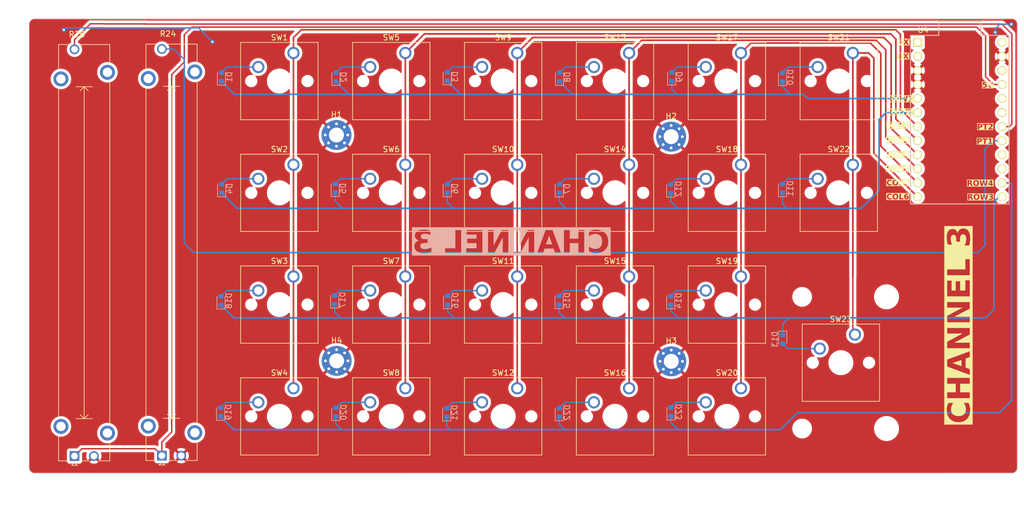
<source format=kicad_pcb>
(kicad_pcb (version 20221018) (generator pcbnew)
  (layers (0 "F.Cu" signal) (31 "B.Cu" signal) (34 "B.Paste" user) (35 "F.Paste" user) (36 "B.SilkS" user "B.Silkscreen") (37 "F.SilkS" user "F.Silkscreen") (38 "B.Mask" user) (39 "F.Mask" user) (44 "Edge.Cuts" user))
  (net 0 "")
  (net 1 "Net-(D1-A)")
  (net 2 "Net-(D2-A)")
  (net 3 "Net-(D3-A)")
  (net 4 "Net-(D4-A)")
  (net 5 "ROW1")
  (net 6 "ROW2")
  (net 7 "ROW3")
  (net 8 "ROW4")
  (net 9 "5V")
  (net 10 "COL1")
  (net 11 "COL2")
  (net 12 "COL3")
  (net 13 "COL4")
  (net 14 "COL5")
  (net 15 "COL6")
  (net 16 "A0PT1")
  (net 17 "A1PT2")
  (net 24 "GND")
  (net 25 "TXD0")
  (net 26 "RXD0")
  (net 27 "Net-(D5-A)")
  (net 28 "Net-(D6-A)")
  (net 29 "Net-(D7-A)")
  (net 30 "Net-(D8-A)")
  (net 31 "Net-(D9-A)")
  (net 32 "Net-(D10-A)")
  (net 33 "Net-(D11-A)")
  (net 34 "Net-(D12-A)")
  (net 35 "Net-(D13-A)")
  (net 36 "Net-(D14-A)")
  (net 37 "Net-(D15-A)")
  (net 38 "Net-(D16-A)")
  (net 39 "Net-(D17-A)")
  (net 40 "Net-(D18-A)")
  (net 41 "Net-(D19-A)")
  (net 42 "Net-(D20-A)")
  (net 43 "Net-(D21-A)")
  (net 44 "Net-(D22-A)")
  (net 45 "Net-(D23-A)")
  (footprint "Button_Switch_Keyboard:SW_Cherry_MX_1.00u_PCB" (layer "F.Cu") (at 167.06 68.27)
    (fp_text reference "SW17")
    (fp_text value "SW_Push")
  )
  (footprint "Button_Switch_Keyboard:SW_Cherry_MX_1.00u_PCB" (layer "F.Cu") (at 146.86 88.47)
    (fp_text reference "SW14")
    (fp_text value "SW_Push")
  )
  (footprint "promicro:ProMicro" (layer "F.Cu") (at 206.575 80.32 -90)
    (fp_text reference "U4")
    (fp_text value "ProMicro")
  )
  (footprint "Button_Switch_Keyboard:SW_Cherry_MX_1.00u_PCB" (layer "F.Cu") (at 126.66 128.87)
    (fp_text reference "SW12")
    (fp_text value "SW_Push")
  )
  (footprint "Button_Switch_Keyboard:SW_Cherry_MX_1.00u_PCB" (layer "F.Cu") (at 146.86 108.67)
    (fp_text reference "SW15")
    (fp_text value "SW_Push")
  )
  (footprint "Button_Switch_Keyboard:SW_Cherry_MX_1.00u_PCB" (layer "F.Cu") (at 86.26 68.27)
    (fp_text reference "SW1")
    (fp_text value "SW_Push")
  )
  (footprint "Button_Switch_Keyboard:SW_Cherry_MX_1.00u_PCB" (layer "F.Cu") (at 86.26 128.87)
    (fp_text reference "SW4")
    (fp_text value "SW_Push")
  )
  (footprint "MountingHole:MountingHole_2.7mm_M2.5_Pad_Via" (layer "F.Cu") (at 154.45 83.4)
    (fp_text reference "H2")
    (fp_text value "MountingHole_Pad")
  )
  (footprint "Button_Switch_Keyboard:SW_Cherry_MX_1.00u_PCB" (layer "F.Cu") (at 167.06 108.67)
    (fp_text reference "SW19")
    (fp_text value "SW_Push")
  )
  (footprint "Button_Switch_Keyboard:SW_Cherry_MX_1.00u_PCB" (layer "F.Cu") (at 106.46 88.47)
    (fp_text reference "SW6")
    (fp_text value "SW_Push")
  )
  (footprint "Button_Switch_Keyboard:SW_Cherry_MX_1.00u_PCB" (layer "F.Cu") (at 146.86 68.27)
    (fp_text reference "SW13")
    (fp_text value "SW_Push")
  )
  (footprint "Button_Switch_Keyboard:SW_Cherry_MX_1.00u_PCB" (layer "F.Cu") (at 146.86 128.87)
    (fp_text reference "SW16")
    (fp_text value "SW_Push")
  )
  (footprint "Button_Switch_Keyboard:SW_Cherry_MX_1.00u_PCB" (layer "F.Cu") (at 167.06 88.47)
    (fp_text reference "SW18")
    (fp_text value "SW_Push")
  )
  (footprint "Button_Switch_Keyboard:SW_Cherry_MX_1.00u_PCB" (layer "F.Cu") (at 167.06 128.87)
    (fp_text reference "SW20")
    (fp_text value "SW_Push")
  )
  (footprint "Button_Switch_Keyboard:SW_Cherry_MX_1.00u_PCB" (layer "F.Cu") (at 86.26 108.67)
    (fp_text reference "SW3")
    (fp_text value "SW_Push")
  )
  (footprint "MountingHole:MountingHole_2.7mm_M2.5_Pad_Via" (layer "F.Cu") (at 154.475 124)
    (fp_text reference "H3")
    (fp_text value "MountingHole_Pad")
  )
  (footprint "Button_Switch_Keyboard:SW_Cherry_MX_1.00u_PCB" (layer "F.Cu") (at 106.46 68.27)
    (fp_text reference "SW5")
    (fp_text value "SW_Push")
  )
  (footprint "Button_Switch_Keyboard:SW_Cherry_MX_1.00u_PCB" (layer "F.Cu") (at 126.66 108.67)
    (fp_text reference "SW11")
    (fp_text value "SW_Push")
  )
  (footprint "Potentiometer_THT:Potentiometer_Bourns_PTA6043_Single_Slide" (layer "F.Cu") (at 46.725 141.12 90)
    (fp_text reference "R28")
    (fp_text value "PTA6043-2015CPB103")
  )
  (footprint "Button_Switch_Keyboard:SW_Cherry_MX_1.00u_PCB" (layer "F.Cu") (at 187.26 68.27)
    (fp_text reference "SW21")
    (fp_text value "SW_Push")
  )
  (footprint "Button_Switch_Keyboard:SW_Cherry_MX_1.00u_PCB" (layer "F.Cu") (at 106.46 128.87)
    (fp_text reference "SW8")
    (fp_text value "SW_Push")
  )
  (footprint "MountingHole:MountingHole_2.7mm_M2.5_Pad_Via" (layer "F.Cu") (at 94.025 83.1)
    (fp_text reference "H1")
    (fp_text value "MountingHole_Pad")
  )
  (footprint "MountingHole:MountingHole_2.7mm_M2.5_Pad_Via" (layer "F.Cu") (at 94.056891 123.918109)
    (fp_text reference "H4")
    (fp_text value "MountingHole_Pad")
  )
  (footprint "Button_Switch_Keyboard:SW_Cherry_MX_1.00u_PCB" (layer "F.Cu") (at 86.26 88.47)
    (fp_text reference "SW2")
    (fp_text value "SW_Push")
  )
  (footprint "Button_Switch_Keyboard:SW_Cherry_MX_1.00u_PCB" (layer "F.Cu") (at 126.66 88.47)
    (fp_text reference "SW10")
    (fp_text value "SW_Push")
  )
  (footprint "Button_Switch_Keyboard:SW_Cherry_MX_1.00u_PCB" (layer "F.Cu") (at 126.66 68.27)
    (fp_text reference "SW9")
    (fp_text value "SW_Push")
  )
  (footprint "Button_Switch_Keyboard:SW_Cherry_MX_1.00u_PCB" (layer "F.Cu") (at 106.46 108.67)
    (fp_text reference "SW7")
    (fp_text value "SW_Push")
  )
  (footprint "Button_Switch_Keyboard:SW_Cherry_MX_2.00u_Vertical_PCB" (layer "F.Cu") (at 187.64 119.17)
    (fp_text reference "SW23")
    (fp_text value "SW_Push")
  )
  (footprint "Potentiometer_THT:Potentiometer_Bourns_PTA6043_Single_Slide" (layer "F.Cu") (at 62.5 141.05 90)
    (fp_text reference "R24")
    (fp_text value "PTA6043-2015CPB103")
  )
  (footprint "Button_Switch_Keyboard:SW_Cherry_MX_1.00u_PCB" (layer "F.Cu") (at 187.26 88.47)
    (fp_text reference "SW22")
    (fp_text value "SW_Push")
  )
  (footprint "Diode_SMD:D_0603_1608Metric" (layer "B.Cu") (at 154.425 133.1125 90)
    (fp_text reference "D23")
    (fp_text value "1N4148")
  )
  (footprint "Diode_SMD:D_0603_1608Metric" (layer "B.Cu") (at 174.55 72.6625 90)
    (fp_text reference "D10")
    (fp_text value "1N4148")
  )
  (footprint "Diode_SMD:D_0603_1608Metric" (layer "B.Cu") (at 93.8 92.7375 90)
    (fp_text reference "D5")
    (fp_text value "1N4148")
  )
  (footprint "Diode_SMD:D_0603_1608Metric" (layer "B.Cu") (at 154.375 113.0375 90)
    (fp_text reference "D14")
    (fp_text value "1N4148")
  )
  (footprint "Diode_SMD:D_0603_1608Metric" (layer "B.Cu") (at 134.25 133.2625 90)
    (fp_text reference "D22")
    (fp_text value "1N4148")
  )
  (footprint "Diode_SMD:D_0603_1608Metric" (layer "B.Cu") (at 113.925 133.2875 90)
    (fp_text reference "D21")
    (fp_text value "1N4148")
  )
  (footprint "Diode_SMD:D_0603_1608Metric" (layer "B.Cu") (at 134.3 72.6375 90)
    (fp_text reference "D8")
    (fp_text value "1N4148")
  )
  (footprint "Diode_SMD:D_0603_1608Metric" (layer "B.Cu") (at 93.7 112.8875 90)
    (fp_text reference "D17")
    (fp_text value "1N4148")
  )
  (footprint "Diode_SMD:D_0603_1608Metric" (layer "B.Cu") (at 73.1 133.1875 90)
    (fp_text reference "D19")
    (fp_text value "1N4148")
  )
  (footprint "Diode_SMD:D_0603_1608Metric" (layer "B.Cu") (at 174.55 92.7625 90)
    (fp_text reference "D11")
    (fp_text value "1N4148")
  )
  (footprint "Diode_SMD:D_0603_1608Metric" (layer "B.Cu") (at 114.025 72.5375 90)
    (fp_text reference "D3")
    (fp_text value "1N4148")
  )
  (footprint "Diode_SMD:D_0603_1608Metric" (layer "B.Cu") (at 114.075 112.9875 90)
    (fp_text reference "D16")
    (fp_text value "1N4148")
  )
  (footprint "Diode_SMD:D_0603_1608Metric" (layer "B.Cu") (at 93.9 133.2125 90)
    (fp_text reference "D20")
    (fp_text value "1N4148")
  )
  (footprint "Diode_SMD:D_0603_1608Metric" (layer "B.Cu") (at 93.925 72.6375 90)
    (fp_text reference "D2")
    (fp_text value "1N4148")
  )
  (footprint "Diode_SMD:D_0603_1608Metric" (layer "B.Cu") (at 73.175 113.0625 90)
    (fp_text reference "D18")
    (fp_text value "1N4148")
  )
  (footprint "Diode_SMD:D_0603_1608Metric" (layer "B.Cu") (at 73.3 92.7875 90)
    (fp_text reference "D4")
    (fp_text value "1N4148")
  )
  (footprint "Diode_SMD:D_0603_1608Metric" (layer "B.Cu") (at 154.375 92.8375 90)
    (fp_text reference "D12")
    (fp_text value "1N4148")
  )
  (footprint "Diode_SMD:D_0603_1608Metric" (layer "B.Cu") (at 134.225 112.9875 90)
    (fp_text reference "D15")
    (fp_text value "1N4148")
  )
  (footprint "Diode_SMD:D_0603_1608Metric" (layer "B.Cu") (at 73.25 72.6125 90)
    (fp_text reference "D1")
    (fp_text value "1N4148")
  )
  (footprint "Diode_SMD:D_0603_1608Metric" (layer "B.Cu") (at 134.25 92.8125 90)
    (fp_text reference "D7")
    (fp_text value "1N4148")
  )
  (footprint "Diode_SMD:D_0603_1608Metric" (layer "B.Cu") (at 114.025 92.7875 90)
    (fp_text reference "D6")
    (fp_text value "1N4148")
  )
  (footprint "Diode_SMD:D_0603_1608Metric" (layer "B.Cu") (at 154.55 72.5875 90)
    (fp_text reference "D9")
    (fp_text value "1N4148")
  )
  (footprint "Diode_SMD:D_0603_1608Metric" (layer "B.Cu") (at 174.6 120.0125 -90)
    (fp_text reference "D13")
    (fp_text value "1N4148")
  )
  (gr_line (start 38.532112 63.1) (end 38.532112 143.225) (stroke (width 0.1)) (layer "Edge.Cuts"))
  (gr_line (start 39.532112 144.225) (end 215.960789 144.214213) (stroke (width 0.1)) (layer "Edge.Cuts"))
  (gr_line (start 215.960789 62.089213) (end 39.532112 62.1) (stroke (width 0.1)) (layer "Edge.Cuts"))
  (gr_line (start 216.960789 143.214213) (end 216.960789 63.089213) (stroke (width 0.1)) (layer "Edge.Cuts"))
  (gr_arc (start 215.960789 62.089213) (mid 216.667895 62.382107) (end 216.960789 63.089213) (stroke (width 0.1)) (layer "Edge.Cuts"))
  (gr_arc (start 39.532112 144.225) (mid 38.825008 143.932104) (end 38.532112 143.225) (stroke (width 0.1)) (layer "Edge.Cuts"))
  (gr_arc (start 216.960789 143.214213) (mid 216.667895 143.921319) (end 215.960789 144.214213) (stroke (width 0.1)) (layer "Edge.Cuts"))
  (gr_arc (start 38.532112 63.1) (mid 38.825 62.392881) (end 39.532112 62.1) (stroke (width 0.1)) (layer "Edge.Cuts"))
  (gr_text "CHANNEL 3" (at 143.375 105.05) (layer "B.SilkS" knockout) (effects (font (size 4 4) (thickness 0.3) bold) (justify left bottom mirror)))
  (gr_text "COL6" (at 193.325 94.9) (layer "F.SilkS" knockout) (effects (font (size 1 1) (thickness 0.2) bold) (justify left bottom)))
  (gr_text "COL5" (at 193.325 92.375) (layer "F.SilkS" knockout) (effects (font (size 1 1) (thickness 0.2) bold) (justify left bottom)))
  (gr_text "ROW4" (at 212.625 92.47) (layer "F.SilkS" knockout) (effects (font (size 1 1) (thickness 0.2) bold) (justify right bottom)))
  (gr_text "COL2" (at 193.3 84.675) (layer "F.SilkS" knockout) (effects (font (size 1 1) (thickness 0.2) bold) (justify left bottom)))
  (gr_text "COL1" (at 193.325 82.05) (layer "F.SilkS" knockout) (effects (font (size 1 1) (thickness 0.2) bold) (justify left bottom)))
  (gr_text "TX" (at 195.325 69.525) (layer "F.SilkS" knockout) (effects (font (size 1 1) (thickness 0.2) bold) (justify left bottom)))
  (gr_text "ROW1" (at 193.375 77.225) (layer "F.SilkS" knockout) (effects (font (size 1 1) (thickness 0.2) bold) (justify left bottom)))
  (gr_text "ROW2\n" (at 193.35 79.6) (layer "F.SilkS" knockout) (effects (font (size 1 1) (thickness 0.2) bold) (justify left bottom)))
  (gr_text "PT1" (at 212.55 84.895) (layer "F.SilkS" knockout) (effects (font (size 1 1) (thickness 0.2) bold) (justify right bottom)))
  (gr_text "ROW3" (at 212.7 94.97) (layer "F.SilkS" knockout) (effects (font (size 1 1) (thickness 0.2) bold) (justify right bottom)))
  (gr_text "PT2" (at 212.625 82.27) (layer "F.SilkS" knockout) (effects (font (size 1 1) (thickness 0.2) bold) (justify right bottom)))
  (gr_text "CHANNEL 3" (at 209.05 135.275 90) (layer "F.SilkS" knockout) (effects (font (size 4 4) (thickness 0.3) bold) (justify left bottom)))
  (gr_text "5V" (at 212.625 74.72) (layer "F.SilkS" knockout) (effects (font (size 1 1) (thickness 0.2) bold) (justify right bottom)))
  (gr_text "COL4" (at 193.275 89.85) (layer "F.SilkS" knockout) (effects (font (size 1 1) (thickness 0.2) bold) (justify left bottom)))
  (gr_text "RX" (at 195.25 66.975) (layer "F.SilkS" knockout) (effects (font (size 1 1) (thickness 0.2) bold) (justify left bottom)))
  (gr_text "COL3" (at 193.3 87.3) (layer "F.SilkS" knockout) (effects (font (size 1 1) (thickness 0.2) bold) (justify left bottom)))
  (segment (start 74.265 70.81) (end 79.91 70.81) (width 0.25) (layer "B.Cu") (net 1))
  (segment (start 73.25 71.825) (end 74.265 70.81) (width 0.25) (layer "B.Cu") (net 1))
  (segment (start 79.91 70.81) (end 80.55 71.45) (width 0.3) (layer "B.Cu") (net 1))
  (segment (start 93.925 71.85) (end 94.965 70.81) (width 0.25) (layer "B.Cu") (net 2))
  (segment (start 94.965 70.81) (end 100.11 70.81) (width 0.25) (layer "B.Cu") (net 2))
  (segment (start 114.965 70.81) (end 120.31 70.81) (width 0.25) (layer "B.Cu") (net 3))
  (segment (start 114.025 71.75) (end 114.965 70.81) (width 0.25) (layer "B.Cu") (net 3))
  (segment (start 74.29 91.01) (end 79.91 91.01) (width 0.25) (layer "B.Cu") (net 4))
  (segment (start 73.3 92) (end 74.29 91.01) (width 0.25) (layer "B.Cu") (net 4))
  (segment (start 136.625 75.75) (end 137.65 75.75) (width 0.25) (layer "B.Cu") (net 5))
  (segment (start 116.45 75.75) (end 122 75.75) (width 0.3) (layer "B.Cu") (net 5))
  (segment (start 134.3 73.425) (end 136.625 75.75) (width 0.25) (layer "B.Cu") (net 5))
  (segment (start 175.95 75.775) (end 175.925 75.75) (width 0.3) (layer "B.Cu") (net 5))
  (segment (start 154.55 73.375) (end 154.55 74.8) (width 0.25) (layer "B.Cu") (net 5))
  (segment (start 178.35 75.775) (end 175.95 75.775) (width 0.3) (layer "B.Cu") (net 5))
  (segment (start 155.5 75.75) (end 137.65 75.75) (width 0.3) (layer "B.Cu") (net 5))
  (segment (start 154.55 74.8) (end 155.5 75.75) (width 0.25) (layer "B.Cu") (net 5))
  (segment (start 93.925 73.425) (end 96.25 75.75) (width 0.3) (layer "B.Cu") (net 5))
  (segment (start 198.955 76.51) (end 179.085 76.51) (width 0.3) (layer "B.Cu") (net 5))
  (segment (start 179.085 76.51) (end 178.35 75.775) (width 0.3) (layer "B.Cu") (net 5))
  (segment (start 137.65 75.75) (end 75.6 75.75) (width 0.3) (layer "B.Cu") (net 5))
  (segment (start 174.55 73.45) (end 174.55 74.375) (width 0.25) (layer "B.Cu") (net 5))
  (segment (start 114.025 73.325) (end 116.45 75.75) (width 0.3) (layer "B.Cu") (net 5))
  (segment (start 175.925 75.75) (end 155.5 75.75) (width 0.3) (layer "B.Cu") (net 5))
  (segment (start 75.6 75.75) (end 73.25 73.4) (width 0.3) (layer "B.Cu") (net 5))
  (segment (start 96.25 75.75) (end 102.075 75.75) (width 0.3) (layer "B.Cu") (net 5))
  (segment (start 174.55 74.375) (end 175.925 75.75) (width 0.25) (layer "B.Cu") (net 5))
  (segment (start 155.45 96.35) (end 155.625 96.35) (width 0.3) (layer "B.Cu") (net 6))
  (segment (start 174.55 93.55) (end 174.55 95.525) (width 0.25) (layer "B.Cu") (net 6))
  (segment (start 193.225 79.075) (end 198.93 79.075) (width 0.3) (layer "B.Cu") (net 6))
  (segment (start 154.375 93.625) (end 154.375 95.1) (width 0.25) (layer "B.Cu") (net 6))
  (segment (start 115.125 96.35) (end 135.45 96.35) (width 0.3) (layer "B.Cu") (net 6))
  (segment (start 154.375 95.1) (end 155.625 96.35) (width 0.25) (layer "B.Cu") (net 6))
  (segment (start 192 93.117767) (end 192 80.3) (width 0.3) (layer "B.Cu") (net 6))
  (segment (start 175.375 96.35) (end 188.767767 96.35) (width 0.3) (layer "B.Cu") (net 6))
  (segment (start 93.8 93.525) (end 93.8 95.025) (width 0.25) (layer "B.Cu") (net 6))
  (segment (start 95.4 96.35) (end 115.125 96.35) (width 0.3) (layer "B.Cu") (net 6))
  (segment (start 114.025 93.575) (end 114.025 95.25) (width 0.25) (layer "B.Cu") (net 6))
  (segment (start 95.125 96.35) (end 95.4 96.35) (width 0.3) (layer "B.Cu") (net 6))
  (segment (start 93.8 95.025) (end 95.125 96.35) (width 0.25) (layer "B.Cu") (net 6))
  (segment (start 174.55 95.525) (end 175.375 96.35) (width 0.25) (layer "B.Cu") (net 6))
  (segment (start 76.075 96.35) (end 73.3 93.575) (width 0.3) (layer "B.Cu") (net 6))
  (segment (start 134.25 93.6) (end 134.25 95.15) (width 0.25) (layer "B.Cu") (net 6))
  (segment (start 114.025 95.25) (end 115.125 96.35) (width 0.25) (layer "B.Cu") (net 6))
  (segment (start 134.25 95.15) (end 135.45 96.35) (width 0.25) (layer "B.Cu") (net 6))
  (segment (start 155.625 96.35) (end 175.375 96.35) (width 0.3) (layer "B.Cu") (net 6))
  (segment (start 188.767767 96.35) (end 192 93.117767) (width 0.3) (layer "B.Cu") (net 6))
  (segment (start 198.93 79.075) (end 198.955 79.05) (width 0.3) (layer "B.Cu") (net 6))
  (segment (start 192 80.3) (end 193.225 79.075) (width 0.3) (layer "B.Cu") (net 6))
  (segment (start 95.4 96.35) (end 76.075 96.35) (width 0.3) (layer "B.Cu") (net 6))
  (segment (start 135.45 96.35) (end 155.45 96.35) (width 0.3) (layer "B.Cu") (net 6))
  (segment (start 213.635 94.29) (end 212.725 95.2) (width 0.3) (layer "B.Cu") (net 7))
  (segment (start 93.7 115.075) (end 94.775 116.15) (width 0.25) (layer "B.Cu") (net 7))
  (segment (start 134.225 113.775) (end 134.225 115.175) (width 0.25) (layer "B.Cu") (net 7))
  (segment (start 174.6 119.225) (end 174.6 117.275) (width 0.25) (layer "B.Cu") (net 7))
  (segment (start 114.075 114.975) (end 115.25 116.15) (width 0.25) (layer "B.Cu") (net 7))
  (segment (start 154.375 113.825) (end 154.375 114.825) (width 0.25) (layer "B.Cu") (net 7))
  (segment (start 175.725 116.15) (end 155.7 116.15) (width 0.3) (layer "B.Cu") (net 7))
  (segment (start 155.7 116.15) (end 135.2 116.15) (width 0.3) (layer "B.Cu") (net 7))
  (segment (start 93.7 113.675) (end 93.7 115.075) (width 0.25) (layer "B.Cu") (net 7))
  (segment (start 114.075 113.775) (end 114.075 114.975) (width 0.25) (layer "B.Cu") (net 7))
  (segment (start 212.725 95.2) (end 212.725 114.65) (width 0.3) (layer "B.Cu") (net 7))
  (segment (start 94.775 116.15) (end 75.475 116.15) (width 0.3) (layer "B.Cu") (net 7))
  (segment (start 176.55 116.15) (end 175.725 116.15) (width 0.3) (layer "B.Cu") (net 7))
  (segment (start 75.475 116.15) (end 73.175 113.85) (width 0.3) (layer "B.Cu") (net 7))
  (segment (start 154.375 114.825) (end 155.7 116.15) (width 0.25) (layer "B.Cu") (net 7))
  (segment (start 214.195 94.29) (end 213.635 94.29) (width 0.3) (layer "B.Cu") (net 7))
  (segment (start 134.225 115.175) (end 135.2 116.15) (width 0.25) (layer "B.Cu") (net 7))
  (segment (start 211.225 116.15) (end 176.55 116.15) (width 0.3) (layer "B.Cu") (net 7))
  (segment (start 135.2 116.15) (end 115.25 116.15) (width 0.3) (layer "B.Cu") (net 7))
  (segment (start 174.6 117.275) (end 175.725 116.15) (width 0.25) (layer "B.Cu") (net 7))
  (segment (start 115.25 116.15) (end 94.775 116.15) (width 0.3) (layer "B.Cu") (net 7))
  (segment (start 212.725 114.65) (end 211.225 116.15) (width 0.3) (layer "B.Cu") (net 7))
  (segment (start 154.425 135.075) (end 155.7 136.35) (width 0.25) (layer "B.Cu") (net 8))
  (segment (start 155.7 136.35) (end 174.175 136.35) (width 0.3) (layer "B.Cu") (net 8))
  (segment (start 154.425 133.9) (end 154.425 135.075) (width 0.25) (layer "B.Cu") (net 8))
  (segment (start 94.925 136.35) (end 114.5 136.35) (width 0.3) (layer "B.Cu") (net 8))
  (segment (start 177.225 133.3) (end 213.725 133.3) (width 0.3) (layer "B.Cu") (net 8))
  (segment (start 134.25 134.05) (end 134.25 135.325) (width 0.25) (layer "B.Cu") (net 8))
  (segment (start 215.925 131.1) (end 215.925 91.95) (width 0.3) (layer "B.Cu") (net 8))
  (segment (start 93.9 135.325) (end 94.925 136.35) (width 0.25) (layer "B.Cu") (net 8))
  (segment (start 93.9 134) (end 93.9 135.325) (width 0.25) (layer "B.Cu") (net 8))
  (segment (start 73.1 133.975) (end 75.475 136.35) (width 0.3) (layer "B.Cu") (net 8))
  (segment (start 174.175 136.35) (end 177.225 133.3) (width 0.3) (layer "B.Cu") (net 8))
  (segment (start 135.275 136.35) (end 155.7 136.35) (width 0.3) (layer "B.Cu") (net 8))
  (segment (start 113.925 134.075) (end 113.925 135.775) (width 0.25) (layer "B.Cu") (net 8))
  (segment (start 213.725 133.3) (end 215.925 131.1) (width 0.3) (layer "B.Cu") (net 8))
  (segment (start 215.725 91.75) (end 214.195 91.75) (width 0.3) (layer "B.Cu") (net 8))
  (segment (start 134.25 135.325) (end 135.275 136.35) (width 0.25) (layer "B.Cu") (net 8))
  (segment (start 215.925 91.95) (end 215.725 91.75) (width 0.3) (layer "B.Cu") (net 8))
  (segment (start 75.475 136.35) (end 94.925 136.35) (width 0.3) (layer "B.Cu") (net 8))
  (segment (start 114.5 136.35) (end 135.275 136.35) (width 0.3) (layer "B.Cu") (net 8))
  (segment (start 113.925 135.775) (end 114.5 136.35) (width 0.25) (layer "B.Cu") (net 8))
  (segment (start 60.375 139.8) (end 55.525 139.8) (width 0.25) (layer "F.Cu") (net 9))
  (segment (start 55.525 139.8) (end 48.045 139.8) (width 0.25) (layer "F.Cu") (net 9))
  (segment (start 62.5 141.05) (end 61.25 139.8) (width 0.25) (layer "F.Cu") (net 9))
  (segment (start 211.225 65.2) (end 209.625 63.6) (width 0.25) (layer "F.Cu") (net 9))
  (segment (start 67.925 63.6) (end 66.55 64.975) (width 0.25) (layer "F.Cu") (net 9))
  (segment (start 66.55 69.9) (end 64.275 72.175) (width 0.25) (layer "F.Cu") (net 9))
  (segment (start 214.195 73.97) (end 212.62 73.97) (width 0.25) (layer "F.Cu") (net 9))
  (segment (start 48.045 139.8) (end 46.725 141.12) (width 0.25) (layer "F.Cu") (net 9))
  (segment (start 61.25 139.8) (end 60.375 139.8) (width 0.25) (layer "F.Cu") (net 9))
  (segment (start 64.275 136.8) (end 62.5 138.575) (width 0.25) (layer "F.Cu") (net 9))
  (segment (start 62.5 138.575) (end 62.5 141.05) (width 0.25) (layer "F.Cu") (net 9))
  (segment (start 212.62 73.97) (end 211.225 72.575) (width 0.25) (layer "F.Cu") (net 9))
  (segment (start 66.55 64.975) (end 66.55 69.9) (width 0.25) (layer "F.Cu") (net 9))
  (segment (start 64.275 72.175) (end 64.275 136.8) (width 0.25) (layer "F.Cu") (net 9))
  (segment (start 211.225 72.575) (end 211.225 65.2) (width 0.25) (layer "F.Cu") (net 9))
  (segment (start 209.625 63.6) (end 67.925 63.6) (width 0.25) (layer "F.Cu") (net 9))
  (segment (start 86.26 68.27) (end 86.26 65.49) (width 0.3) (layer "F.Cu") (net 10))
  (segment (start 87.675 64.075) (end 195 64.075) (width 0.3) (layer "F.Cu") (net 10))
  (segment (start 195.85 78.485) (end 198.955 81.59) (width 0.3) (layer "F.Cu") (net 10))
  (segment (start 86.26 128.87) (end 86.26 68.27) (width 0.3) (layer "F.Cu") (net 10))
  (segment (start 86.26 65.49) (end 87.675 64.075) (width 0.3) (layer "F.Cu") (net 10))
  (segment (start 195.85 64.925) (end 195.85 78.485) (width 0.3) (layer "F.Cu") (net 10))
  (segment (start 195 64.075) (end 195.85 64.925) (width 0.3) (layer "F.Cu") (net 10))
  (segment (start 109.905 64.825) (end 194.1 64.825) (width 0.3) (layer "F.Cu") (net 11))
  (segment (start 194.1 64.825) (end 195.025 65.75) (width 0.3) (layer "F.Cu") (net 11))
  (segment (start 195.025 65.75) (end 195.025 80.2) (width 0.3) (layer "F.Cu") (net 11))
  (segment (start 106.46 68.27) (end 109.905 64.825) (width 0.3) (layer "F.Cu") (net 11))
  (segment (start 195.025 80.2) (end 198.955 84.13) (width 0.3) (layer "F.Cu") (net 11))
  (segment (start 106.46 68.27) (end 106.46 128.87) (width 0.3) (layer "F.Cu") (net 11))
  (segment (start 129.455 65.475) (end 192.85 65.475) (width 0.3) (layer "F.Cu") (net 12))
  (segment (start 126.66 128.87) (end 126.66 68.27) (width 0.3) (layer "F.Cu") (net 12))
  (segment (start 194.175 66.8) (end 194.175 81.89) (width 0.3) (layer "F.Cu") (net 12))
  (segment (start 194.175 81.89) (end 198.955 86.67) (width 0.3) (layer "F.Cu") (net 12))
  (segment (start 126.66 68.27) (end 129.455 65.475) (width 0.3) (layer "F.Cu") (net 12))
  (segment (start 192.85 65.475) (end 194.175 66.8) (width 0.3) (layer "F.Cu") (net 12))
  (segment (start 193.2 67.7) (end 193.2 83.455) (width 0.3) (layer "F.Cu") (net 13))
  (segment (start 191.475 65.975) (end 193.2 67.7) (width 0.3) (layer "F.Cu") (net 13))
  (segment (start 193.2 83.455) (end 198.955 89.21) (width 0.3) (layer "F.Cu") (net 13))
  (segment (start 146.86 68.27) (end 146.86 128.87) (width 0.3) (layer "F.Cu") (net 13))
  (segment (start 146.86 68.27) (end 149.155 65.975) (width 0.3) (layer "F.Cu") (net 13))
  (segment (start 149.155 65.975) (end 191.475 65.975) (width 0.3) (layer "F.Cu") (net 13))
  (segment (start 168.855 66.475) (end 167.06 68.27) (width 0.3) (layer "F.Cu") (net 14))
  (segment (start 192.3 85.095) (end 192.3 68.35) (width 0.3) (layer "F.Cu") (net 14))
  (segment (start 198.955 91.75) (end 192.3 85.095) (width 0.3) (layer "F.Cu") (net 14))
  (segment (start 192.3 68.35) (end 190.425 66.475) (width 0.3) (layer "F.Cu") (net 14))
  (segment (start 190.425 66.475) (end 168.855 66.475) (width 0.3) (layer "F.Cu") (net 14))
  (segment (start 167.06 128.87) (end 167.06 68.27) (width 0.3) (layer "F.Cu") (net 14))
  (segment (start 187.26 88.47) (end 187.26 118.79) (width 0.25) (layer "F.Cu") (net 15))
  (segment (start 187.26 68.27) (end 190.12 68.27) (width 0.3) (layer "F.Cu") (net 15))
  (segment (start 191.05 69.2) (end 191.05 85.7) (width 0.3) (layer "F.Cu") (net 15))
  (segment (start 191.05 85.7) (end 191.05 86.385) (width 0.3) (layer "F.Cu") (net 15))
  (segment (start 191.05 86.385) (end 198.955 94.29) (width 0.3) (layer "F.Cu") (net 15))
  (segment (start 187.26 68.27) (end 187.26 108.67) (width 0.3) (layer "F.Cu") (net 15))
  (segment (start 187.26 118.79) (end 187.64 119.17) (width 0.25) (layer "F.Cu") (net 15))
  (segment (start 190.12 68.27) (end 191.05 69.2) (width 0.3) (layer "F.Cu") (net 15))
  (segment (start 212.595 84.13) (end 211.125 85.6) (width 0.25) (layer "B.Cu") (net 16))
  (segment (start 209.825 104.35) (end 68.25 104.35) (width 0.3) (layer "B.Cu") (net 16))
  (segment (start 66.55 69.45) (end 64.65 67.55) (width 0.25) (layer "B.Cu") (net 16))
  (segment (start 211.125 85.6) (end 211.125 103.05) (width 0.25) (layer "B.Cu") (net 16))
  (segment (start 214.195 84.13) (end 212.595 84.13) (width 0.25) (layer "B.Cu") (net 16))
  (segment (start 66.55 102.65) (end 66.55 69.45) (width 0.25) (layer "B.Cu") (net 16))
  (segment (start 68.25 104.35) (end 66.55 102.65) (width 0.25) (layer "B.Cu") (net 16))
  (segment (start 64.65 67.55) (end 62.5 67.55) (width 0.25) (layer "B.Cu") (net 16))
  (segment (start 211.125 103.05) (end 209.825 104.35) (width 0.25) (layer "B.Cu") (net 16))
  (segment (start 59.550305 63.05) (end 214.175 63.05) (width 0.25) (layer "F.Cu") (net 17))
  (segment (start 46.725 67.62) (end 46.725 65.875) (width 0.25) (layer "F.Cu") (net 17))
  (segment (start 46.725 65.875) (end 49.6 63) (width 0.25) (layer "F.Cu") (net 17))
  (segment (start 52.025 63) (end 52.05 63.025) (width 0.25) (layer "F.Cu") (net 17))
  (segment (start 49.6 63) (end 52.025 63) (width 0.25) (layer "F.Cu") (net 17))
  (segment (start 214.175 63.05) (end 215.975 64.85) (width 0.25) (layer "F.Cu") (net 17))
  (segment (start 215.975 64.85) (end 215.975 81.125) (width 0.25) (layer "F.Cu") (net 17))
  (segment (start 215.51 81.59) (end 214.195 81.59) (width 0.25) (layer "F.Cu") (net 17))
  (segment (start 59.525305 63.025) (end 59.550305 63.05) (width 0.25) (layer "F.Cu") (net 17))
  (segment (start 215.975 81.125) (end 215.51 81.59) (width 0.25) (layer "F.Cu") (net 17))
  (segment (start 52.05 63.025) (end 59.525305 63.025) (width 0.25) (layer "F.Cu") (net 17))
  (via (at 215.875 63.075) (size 0.8) (drill 0.4) (layers "F.Cu" "B.Cu") (net 24))
  (via (at 44.8 64.1) (size 0.8) (drill 0.4) (layers "F.Cu" "B.Cu") (net 24))
  (via (at 71.625 66.25) (size 0.8) (drill 0.4) (layers "F.Cu" "B.Cu") (net 24))
  (via (at 212.975 64.55) (size 0.8) (drill 0.4) (layers "F.Cu" "B.Cu") (net 24))
  (segment (start 69.125 63.75) (end 45.15 63.75) (width 0.25) (layer "B.Cu") (net 24))
  (segment (start 71.625 66.25) (end 69.125 63.75) (width 0.25) (layer "B.Cu") (net 24))
  (segment (start 212.975 64.55) (end 212.975 63.9) (width 0.25) (layer "B.Cu") (net 24))
  (segment (start 213.8 63.075) (end 215.875 63.075) (width 0.25) (layer "B.Cu") (net 24))
  (segment (start 212.975 63.9) (end 213.8 63.075) (width 0.25) (layer "B.Cu") (net 24))
  (segment (start 45.15 63.75) (end 44.8 64.1) (width 0.25) (layer "B.Cu") (net 24))
  (segment (start 94.74 91.01) (end 99.635 91.01) (width 0.25) (layer "B.Cu") (net 27))
  (segment (start 93.8 91.95) (end 94.74 91.01) (width 0.25) (layer "B.Cu") (net 27))
  (segment (start 115.015 91.01) (end 120.31 91.01) (width 0.25) (layer "B.Cu") (net 28))
  (segment (start 114.025 92) (end 115.015 91.01) (width 0.25) (layer "B.Cu") (net 28))
  (segment (start 135.265 91.01) (end 140.51 91.01) (width 0.25) (layer "B.Cu") (net 29))
  (segment (start 134.25 92.025) (end 135.265 91.01) (width 0.25) (layer "B.Cu") (net 29))
  (segment (start 135.34 70.81) (end 140.035 70.81) (width 0.25) (layer "B.Cu") (net 30))
  (segment (start 134.3 71.85) (end 135.34 70.81) (width 0.25) (layer "B.Cu") (net 30))
  (segment (start 154.55 71.8) (end 155.54 70.81) (width 0.25) (layer "B.Cu") (net 31))
  (segment (start 155.54 70.81) (end 160.71 70.81) (width 0.25) (layer "B.Cu") (net 31))
  (segment (start 174.55 71.875) (end 175.615 70.81) (width 0.25) (layer "B.Cu") (net 32))
  (segment (start 175.615 70.81) (end 180.91 70.81) (width 0.25) (layer "B.Cu") (net 32))
  (segment (start 175.515 91.01) (end 180.91 91.01) (width 0.25) (layer "B.Cu") (net 33))
  (segment (start 174.55 91.975) (end 175.515 91.01) (width 0.25) (layer "B.Cu") (net 33))
  (segment (start 155.415 91.01) (end 160.71 91.01) (width 0.25) (layer "B.Cu") (net 34))
  (segment (start 154.375 92.05) (end 155.415 91.01) (width 0.25) (layer "B.Cu") (net 34))
  (segment (start 174.6 120.8) (end 175.51 121.71) (width 0.25) (layer "B.Cu") (net 35))
  (segment (start 175.51 121.71) (end 181.29 121.71) (width 0.25) (layer "B.Cu") (net 35))
  (segment (start 155.415 111.21) (end 160.71 111.21) (width 0.25) (layer "B.Cu") (net 36))
  (segment (start 154.375 112.25) (end 155.415 111.21) (width 0.25) (layer "B.Cu") (net 36))
  (segment (start 134.225 112.2) (end 135.215 111.21) (width 0.25) (layer "B.Cu") (net 37))
  (segment (start 135.215 111.21) (end 140.035 111.21) (width 0.25) (layer "B.Cu") (net 37))
  (segment (start 114.075 112.2) (end 115.065 111.21) (width 0.25) (layer "B.Cu") (net 38))
  (segment (start 115.065 111.21) (end 120.31 111.21) (width 0.25) (layer "B.Cu") (net 38))
  (segment (start 93.7 112.1) (end 94.59 111.21) (width 0.25) (layer "B.Cu") (net 39))
  (segment (start 94.59 111.21) (end 100.11 111.21) (width 0.25) (layer "B.Cu") (net 39))
  (segment (start 73.175 112.275) (end 74.24 111.21) (width 0.25) (layer "B.Cu") (net 40))
  (segment (start 74.24 111.21) (end 79.91 111.21) (width 0.25) (layer "B.Cu") (net 40))
  (segment (start 73.1 132.4) (end 74.09 131.41) (width 0.25) (layer "B.Cu") (net 41))
  (segment (start 74.09 131.41) (end 79.91 131.41) (width 0.25) (layer "B.Cu") (net 41))
  (segment (start 94.915 131.41) (end 100.11 131.41) (width 0.25) (layer "B.Cu") (net 42))
  (segment (start 93.9 132.425) (end 94.915 131.41) (width 0.25) (layer "B.Cu") (net 42))
  (segment (start 115.015 131.41) (end 120.31 131.41) (width 0.25) (layer "B.Cu") (net 43))
  (segment (start 113.925 132.5) (end 115.015 131.41) (width 0.25) (layer "B.Cu") (net 43))
  (segment (start 134.25 132.475) (end 135.315 131.41) (width 0.25) (layer "B.Cu") (net 44))
  (segment (start 135.315 131.41) (end 140.51 131.41) (width 0.25) (layer "B.Cu") (net 44))
  (segment (start 154.425 132.325) (end 155.34 131.41) (width 0.25) (layer "B.Cu") (net 45))
  (segment (start 155.34 131.41) (end 160.235 131.41) (width 0.25) (layer "B.Cu") (net 45))
  (zone (net 24) (net_name "GND") (layer "F.Cu") (connect_pads (clearance 0.5)) (min_thickness 0.25) (fill yes (thermal_gap 0.5) (thermal_bridge_width 0.5))
    (polygon (pts (xy 34.3 58.7) (xy 217.875 60.35) (xy 218.175 147.425) (xy 33.275 150.875)))
  )
)
</source>
